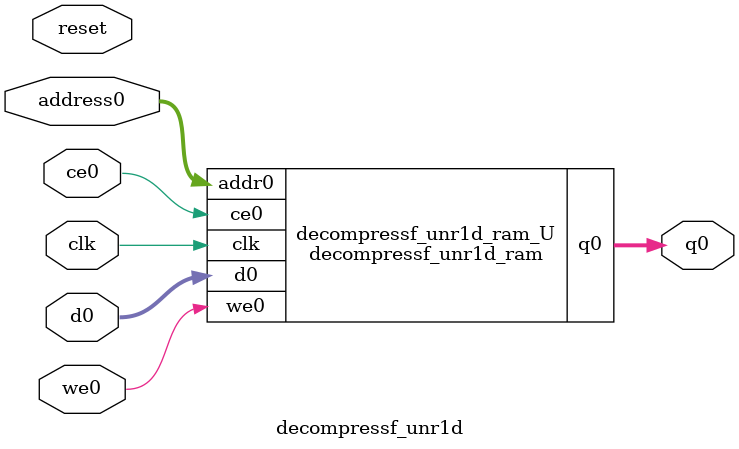
<source format=v>
`timescale 1 ns / 1 ps
module decompressf_unr1d_ram (addr0, ce0, d0, we0, q0,  clk);

parameter DWIDTH = 32;
parameter AWIDTH = 10;
parameter MEM_SIZE = 625;

input[AWIDTH-1:0] addr0;
input ce0;
input[DWIDTH-1:0] d0;
input we0;
output reg[DWIDTH-1:0] q0;
input clk;

(* ram_style = "block" *)reg [DWIDTH-1:0] ram[0:MEM_SIZE-1];




always @(posedge clk)  
begin 
    if (ce0) 
    begin
        if (we0) 
        begin 
            ram[addr0] <= d0; 
        end 
        q0 <= ram[addr0];
    end
end


endmodule

`timescale 1 ns / 1 ps
module decompressf_unr1d(
    reset,
    clk,
    address0,
    ce0,
    we0,
    d0,
    q0);

parameter DataWidth = 32'd32;
parameter AddressRange = 32'd625;
parameter AddressWidth = 32'd10;
input reset;
input clk;
input[AddressWidth - 1:0] address0;
input ce0;
input we0;
input[DataWidth - 1:0] d0;
output[DataWidth - 1:0] q0;



decompressf_unr1d_ram decompressf_unr1d_ram_U(
    .clk( clk ),
    .addr0( address0 ),
    .ce0( ce0 ),
    .we0( we0 ),
    .d0( d0 ),
    .q0( q0 ));

endmodule


</source>
